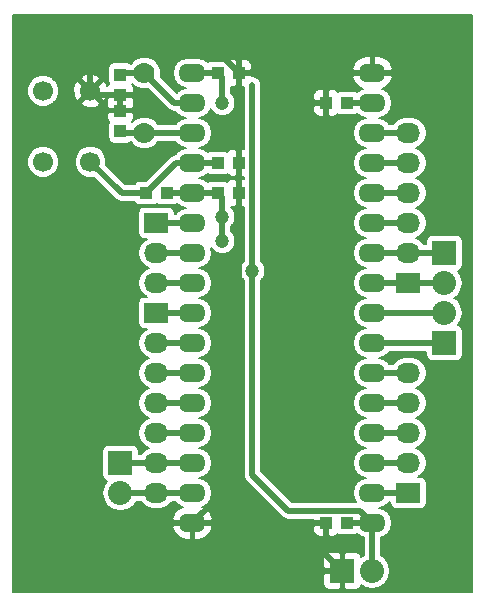
<source format=gbr>
G04 #@! TF.FileFunction,Copper,L2,Bot,Signal*
%FSLAX46Y46*%
G04 Gerber Fmt 4.6, Leading zero omitted, Abs format (unit mm)*
G04 Created by KiCad (PCBNEW 4.0.2-stable) date 2016/08/05 13:27:34*
%MOMM*%
G01*
G04 APERTURE LIST*
%ADD10C,0.100000*%
%ADD11R,1.050000X1.080000*%
%ADD12R,1.080000X1.050000*%
%ADD13C,1.700000*%
%ADD14O,2.300000X1.600000*%
%ADD15C,1.778000*%
%ADD16R,2.032000X1.727200*%
%ADD17O,2.032000X1.727200*%
%ADD18R,2.032000X2.032000*%
%ADD19O,2.032000X2.032000*%
%ADD20C,1.200000*%
%ADD21C,0.500000*%
%ADD22C,0.200000*%
G04 APERTURE END LIST*
D10*
D11*
X147969000Y-60452000D03*
X149719000Y-60452000D03*
X147969000Y-70612000D03*
X149719000Y-70612000D03*
X147969000Y-68072000D03*
X149719000Y-68072000D03*
X158863000Y-98552000D03*
X157113000Y-98552000D03*
D12*
X139700000Y-65391000D03*
X139700000Y-63641000D03*
X139700000Y-60593000D03*
X139700000Y-62343000D03*
D11*
X141873000Y-70612000D03*
X143623000Y-70612000D03*
X158863000Y-62992000D03*
X157113000Y-62992000D03*
D13*
X133160000Y-67976000D03*
X133160000Y-61976000D03*
X137160000Y-67976000D03*
X137160000Y-61976000D03*
D14*
X145796000Y-60452000D03*
X145796000Y-62992000D03*
X145796000Y-65532000D03*
X145796000Y-68072000D03*
X145796000Y-70612000D03*
X145796000Y-73152000D03*
X145796000Y-75692000D03*
X145796000Y-78232000D03*
X145796000Y-80772000D03*
X145796000Y-83312000D03*
X145796000Y-85852000D03*
X145796000Y-88392000D03*
X145796000Y-90932000D03*
X145796000Y-93472000D03*
X145796000Y-96012000D03*
X145796000Y-98552000D03*
X161036000Y-98552000D03*
X161036000Y-96012000D03*
X161036000Y-93472000D03*
X161036000Y-90932000D03*
X161036000Y-88392000D03*
X161036000Y-85852000D03*
X161036000Y-83312000D03*
X161036000Y-80772000D03*
X161036000Y-78232000D03*
X161036000Y-75692000D03*
X161036000Y-73152000D03*
X161036000Y-70612000D03*
X161036000Y-68072000D03*
X161036000Y-65532000D03*
X161036000Y-62992000D03*
X161036000Y-60452000D03*
D15*
X141732000Y-65532000D03*
X141732000Y-60452000D03*
D16*
X142748000Y-73152000D03*
D17*
X142748000Y-75692000D03*
X142748000Y-78232000D03*
D16*
X142748000Y-80772000D03*
D17*
X142748000Y-83312000D03*
X142748000Y-85852000D03*
X142748000Y-88392000D03*
X142748000Y-90932000D03*
X142748000Y-93472000D03*
X142748000Y-96012000D03*
D16*
X164084000Y-96012000D03*
D17*
X164084000Y-93472000D03*
X164084000Y-90932000D03*
X164084000Y-88392000D03*
X164084000Y-85852000D03*
D16*
X164084000Y-78232000D03*
D17*
X164084000Y-75692000D03*
X164084000Y-73152000D03*
X164084000Y-70612000D03*
X164084000Y-68072000D03*
X164084000Y-65532000D03*
D18*
X139700000Y-93472000D03*
D19*
X139700000Y-96012000D03*
D18*
X167132000Y-75692000D03*
D19*
X167132000Y-78232000D03*
D18*
X158496000Y-102616000D03*
D19*
X161036000Y-102616000D03*
D18*
X167132000Y-83312000D03*
D19*
X167132000Y-80772000D03*
D20*
X150876000Y-77216000D03*
X148336000Y-74676000D03*
X148336000Y-72644000D03*
X148336000Y-62992000D03*
D21*
X161036000Y-98552000D02*
X161036000Y-102616000D01*
X148336000Y-72644000D02*
X148336000Y-74676000D01*
X148336000Y-62992000D02*
X148336000Y-60819000D01*
X148336000Y-60819000D02*
X147969000Y-60452000D01*
X148336000Y-72644000D02*
X148336000Y-70979000D01*
X148336000Y-70979000D02*
X147969000Y-70612000D01*
X161036000Y-98552000D02*
X160020000Y-97536000D01*
X160020000Y-97536000D02*
X153924000Y-97536000D01*
X153924000Y-97536000D02*
X150876000Y-94488000D01*
X150876000Y-94488000D02*
X150876000Y-77216000D01*
X150876000Y-77216000D02*
X150876000Y-61468000D01*
X158863000Y-98552000D02*
X161036000Y-98552000D01*
X145796000Y-60452000D02*
X147969000Y-60452000D01*
X143623000Y-70612000D02*
X145796000Y-70612000D01*
X145796000Y-70612000D02*
X147969000Y-70612000D01*
X158496000Y-102616000D02*
X157113000Y-101233000D01*
X157113000Y-101233000D02*
X157113000Y-98552000D01*
X137160000Y-61976000D02*
X137160000Y-60452000D01*
X148195000Y-58928000D02*
X149719000Y-60452000D01*
X138684000Y-58928000D02*
X148195000Y-58928000D01*
X137160000Y-60452000D02*
X138684000Y-58928000D01*
X137160000Y-61976000D02*
X137527000Y-62343000D01*
X137527000Y-62343000D02*
X139700000Y-62343000D01*
X139700000Y-63641000D02*
X139700000Y-62343000D01*
X157113000Y-98552000D02*
X153642000Y-98552000D01*
X153642000Y-98552000D02*
X149719000Y-94629000D01*
X149719000Y-70612000D02*
X149719000Y-94629000D01*
X149719000Y-94629000D02*
X145796000Y-98552000D01*
X157113000Y-62992000D02*
X157113000Y-60452000D01*
X157113000Y-60452000D02*
X156972000Y-60452000D01*
X149719000Y-68072000D02*
X149719000Y-70612000D01*
X149719000Y-60452000D02*
X149719000Y-68072000D01*
X161036000Y-60452000D02*
X156972000Y-60452000D01*
X156972000Y-60452000D02*
X149719000Y-60452000D01*
X145796000Y-68072000D02*
X144413000Y-68072000D01*
X144413000Y-68072000D02*
X141873000Y-70612000D01*
X137160000Y-67976000D02*
X139796000Y-70612000D01*
X139796000Y-70612000D02*
X141873000Y-70612000D01*
X147969000Y-68072000D02*
X145796000Y-68072000D01*
X139700000Y-65391000D02*
X139841000Y-65532000D01*
X139841000Y-65532000D02*
X141732000Y-65532000D01*
X141732000Y-65532000D02*
X145796000Y-65532000D01*
X139700000Y-60593000D02*
X139841000Y-60452000D01*
X139841000Y-60452000D02*
X141732000Y-60452000D01*
X145796000Y-62992000D02*
X144272000Y-62992000D01*
X144272000Y-62992000D02*
X141732000Y-60452000D01*
X161036000Y-62992000D02*
X158863000Y-62992000D01*
X167132000Y-83312000D02*
X161036000Y-83312000D01*
X161036000Y-80772000D02*
X167132000Y-80772000D01*
X142748000Y-73152000D02*
X145796000Y-73152000D01*
X142748000Y-75692000D02*
X145796000Y-75692000D01*
X142748000Y-78232000D02*
X145796000Y-78232000D01*
X142748000Y-80772000D02*
X145796000Y-80772000D01*
X142748000Y-83312000D02*
X145796000Y-83312000D01*
X142748000Y-85852000D02*
X145796000Y-85852000D01*
X142748000Y-88392000D02*
X145796000Y-88392000D01*
X142748000Y-90932000D02*
X145796000Y-90932000D01*
X142748000Y-93472000D02*
X145796000Y-93472000D01*
X139700000Y-93472000D02*
X142748000Y-93472000D01*
X142748000Y-96012000D02*
X145796000Y-96012000D01*
X139700000Y-96012000D02*
X142748000Y-96012000D01*
X161036000Y-96012000D02*
X164084000Y-96012000D01*
X161036000Y-93472000D02*
X164084000Y-93472000D01*
X161036000Y-90932000D02*
X164084000Y-90932000D01*
X161036000Y-88392000D02*
X164084000Y-88392000D01*
X161036000Y-85852000D02*
X164084000Y-85852000D01*
X167132000Y-78232000D02*
X164084000Y-78232000D01*
X161036000Y-78232000D02*
X164084000Y-78232000D01*
X164084000Y-75692000D02*
X167132000Y-75692000D01*
X161036000Y-75692000D02*
X164084000Y-75692000D01*
X161036000Y-73152000D02*
X164084000Y-73152000D01*
X164084000Y-70612000D02*
X161036000Y-70612000D01*
X161036000Y-68072000D02*
X164084000Y-68072000D01*
X164084000Y-65532000D02*
X161036000Y-65532000D01*
D22*
G36*
X169425000Y-104425000D02*
X130575000Y-104425000D01*
X130575000Y-102922000D01*
X156872000Y-102922000D01*
X156872000Y-103752939D01*
X156964563Y-103976405D01*
X157135596Y-104147438D01*
X157359062Y-104240000D01*
X158190000Y-104240000D01*
X158342000Y-104088000D01*
X158342000Y-102770000D01*
X157024000Y-102770000D01*
X156872000Y-102922000D01*
X130575000Y-102922000D01*
X130575000Y-101479061D01*
X156872000Y-101479061D01*
X156872000Y-102310000D01*
X157024000Y-102462000D01*
X158342000Y-102462000D01*
X158342000Y-101144000D01*
X158190000Y-100992000D01*
X157359062Y-100992000D01*
X157135596Y-101084562D01*
X156964563Y-101255595D01*
X156872000Y-101479061D01*
X130575000Y-101479061D01*
X130575000Y-98923042D01*
X144087769Y-98923042D01*
X144341499Y-99438712D01*
X144764904Y-99793889D01*
X145292000Y-99960000D01*
X145642000Y-99960000D01*
X145642000Y-98706000D01*
X145950000Y-98706000D01*
X145950000Y-99960000D01*
X146300000Y-99960000D01*
X146827096Y-99793889D01*
X147250501Y-99438712D01*
X147504231Y-98923042D01*
X147470755Y-98858000D01*
X155980000Y-98858000D01*
X155980000Y-99212938D01*
X156072562Y-99436404D01*
X156243595Y-99607437D01*
X156467061Y-99700000D01*
X156807000Y-99700000D01*
X156959000Y-99548000D01*
X156959000Y-98706000D01*
X156132000Y-98706000D01*
X155980000Y-98858000D01*
X147470755Y-98858000D01*
X147392523Y-98706000D01*
X145950000Y-98706000D01*
X145642000Y-98706000D01*
X144199477Y-98706000D01*
X144087769Y-98923042D01*
X130575000Y-98923042D01*
X130575000Y-68243353D01*
X131809766Y-68243353D01*
X132014858Y-68739715D01*
X132394288Y-69119807D01*
X132890290Y-69325765D01*
X133427353Y-69326234D01*
X133923715Y-69121142D01*
X134303807Y-68741712D01*
X134509765Y-68245710D01*
X134509767Y-68243353D01*
X135809766Y-68243353D01*
X136014858Y-68739715D01*
X136394288Y-69119807D01*
X136890290Y-69325765D01*
X137427353Y-69326234D01*
X137443077Y-69319737D01*
X139265670Y-71142330D01*
X139508987Y-71304910D01*
X139796000Y-71362000D01*
X140888970Y-71362000D01*
X140982575Y-71507465D01*
X141149661Y-71621630D01*
X141348000Y-71661795D01*
X142398000Y-71661795D01*
X142583289Y-71626931D01*
X142750214Y-71519517D01*
X142899661Y-71621630D01*
X143098000Y-71661795D01*
X144148000Y-71661795D01*
X144333289Y-71626931D01*
X144490696Y-71525642D01*
X144494436Y-71531239D01*
X144916187Y-71813043D01*
X145262856Y-71882000D01*
X144916187Y-71950957D01*
X144494436Y-72232761D01*
X144381355Y-72402000D01*
X144273795Y-72402000D01*
X144273795Y-72288400D01*
X144238931Y-72103111D01*
X144129425Y-71932935D01*
X143962339Y-71818770D01*
X143764000Y-71778605D01*
X141732000Y-71778605D01*
X141546711Y-71813469D01*
X141376535Y-71922975D01*
X141262370Y-72090061D01*
X141222205Y-72288400D01*
X141222205Y-74015600D01*
X141257069Y-74200889D01*
X141366575Y-74371065D01*
X141533661Y-74485230D01*
X141732000Y-74525395D01*
X141904594Y-74525395D01*
X141601689Y-74727789D01*
X141306098Y-75170173D01*
X141202300Y-75692000D01*
X141306098Y-76213827D01*
X141601689Y-76656211D01*
X142044073Y-76951802D01*
X142095342Y-76962000D01*
X142044073Y-76972198D01*
X141601689Y-77267789D01*
X141306098Y-77710173D01*
X141202300Y-78232000D01*
X141306098Y-78753827D01*
X141601689Y-79196211D01*
X141904594Y-79398605D01*
X141732000Y-79398605D01*
X141546711Y-79433469D01*
X141376535Y-79542975D01*
X141262370Y-79710061D01*
X141222205Y-79908400D01*
X141222205Y-81635600D01*
X141257069Y-81820889D01*
X141366575Y-81991065D01*
X141533661Y-82105230D01*
X141732000Y-82145395D01*
X141904594Y-82145395D01*
X141601689Y-82347789D01*
X141306098Y-82790173D01*
X141202300Y-83312000D01*
X141306098Y-83833827D01*
X141601689Y-84276211D01*
X142044073Y-84571802D01*
X142095342Y-84582000D01*
X142044073Y-84592198D01*
X141601689Y-84887789D01*
X141306098Y-85330173D01*
X141202300Y-85852000D01*
X141306098Y-86373827D01*
X141601689Y-86816211D01*
X142044073Y-87111802D01*
X142095342Y-87122000D01*
X142044073Y-87132198D01*
X141601689Y-87427789D01*
X141306098Y-87870173D01*
X141202300Y-88392000D01*
X141306098Y-88913827D01*
X141601689Y-89356211D01*
X142044073Y-89651802D01*
X142095342Y-89662000D01*
X142044073Y-89672198D01*
X141601689Y-89967789D01*
X141306098Y-90410173D01*
X141202300Y-90932000D01*
X141306098Y-91453827D01*
X141601689Y-91896211D01*
X142044073Y-92191802D01*
X142095342Y-92202000D01*
X142044073Y-92212198D01*
X141601689Y-92507789D01*
X141458558Y-92722000D01*
X141225795Y-92722000D01*
X141225795Y-92456000D01*
X141190931Y-92270711D01*
X141081425Y-92100535D01*
X140914339Y-91986370D01*
X140716000Y-91946205D01*
X138684000Y-91946205D01*
X138498711Y-91981069D01*
X138328535Y-92090575D01*
X138214370Y-92257661D01*
X138174205Y-92456000D01*
X138174205Y-94488000D01*
X138209069Y-94673289D01*
X138318575Y-94843465D01*
X138485661Y-94957630D01*
X138574537Y-94975628D01*
X138269699Y-95431852D01*
X138154300Y-96012000D01*
X138269699Y-96592148D01*
X138598326Y-97083974D01*
X139090152Y-97412601D01*
X139670300Y-97528000D01*
X139729700Y-97528000D01*
X140309848Y-97412601D01*
X140801674Y-97083974D01*
X141016810Y-96762000D01*
X141458558Y-96762000D01*
X141601689Y-96976211D01*
X142044073Y-97271802D01*
X142565900Y-97375600D01*
X142930100Y-97375600D01*
X143451927Y-97271802D01*
X143894311Y-96976211D01*
X144037442Y-96762000D01*
X144381355Y-96762000D01*
X144494436Y-96931239D01*
X144916187Y-97213043D01*
X145012270Y-97232155D01*
X144764904Y-97310111D01*
X144341499Y-97665288D01*
X144087769Y-98180958D01*
X144199477Y-98398000D01*
X145642000Y-98398000D01*
X145642000Y-98378000D01*
X145950000Y-98378000D01*
X145950000Y-98398000D01*
X147392523Y-98398000D01*
X147504231Y-98180958D01*
X147250501Y-97665288D01*
X146827096Y-97310111D01*
X146579730Y-97232155D01*
X146675813Y-97213043D01*
X147097564Y-96931239D01*
X147379368Y-96509488D01*
X147478325Y-96012000D01*
X147379368Y-95514512D01*
X147097564Y-95092761D01*
X146675813Y-94810957D01*
X146329144Y-94742000D01*
X146675813Y-94673043D01*
X147097564Y-94391239D01*
X147379368Y-93969488D01*
X147478325Y-93472000D01*
X147379368Y-92974512D01*
X147097564Y-92552761D01*
X146675813Y-92270957D01*
X146329144Y-92202000D01*
X146675813Y-92133043D01*
X147097564Y-91851239D01*
X147379368Y-91429488D01*
X147478325Y-90932000D01*
X147379368Y-90434512D01*
X147097564Y-90012761D01*
X146675813Y-89730957D01*
X146329144Y-89662000D01*
X146675813Y-89593043D01*
X147097564Y-89311239D01*
X147379368Y-88889488D01*
X147478325Y-88392000D01*
X147379368Y-87894512D01*
X147097564Y-87472761D01*
X146675813Y-87190957D01*
X146329144Y-87122000D01*
X146675813Y-87053043D01*
X147097564Y-86771239D01*
X147379368Y-86349488D01*
X147478325Y-85852000D01*
X147379368Y-85354512D01*
X147097564Y-84932761D01*
X146675813Y-84650957D01*
X146329144Y-84582000D01*
X146675813Y-84513043D01*
X147097564Y-84231239D01*
X147379368Y-83809488D01*
X147478325Y-83312000D01*
X147379368Y-82814512D01*
X147097564Y-82392761D01*
X146675813Y-82110957D01*
X146329144Y-82042000D01*
X146675813Y-81973043D01*
X147097564Y-81691239D01*
X147379368Y-81269488D01*
X147478325Y-80772000D01*
X147379368Y-80274512D01*
X147097564Y-79852761D01*
X146675813Y-79570957D01*
X146329144Y-79502000D01*
X146675813Y-79433043D01*
X147097564Y-79151239D01*
X147379368Y-78729488D01*
X147478325Y-78232000D01*
X147379368Y-77734512D01*
X147178469Y-77433844D01*
X149775810Y-77433844D01*
X149942922Y-77838286D01*
X150126000Y-78021684D01*
X150126000Y-94488000D01*
X150183090Y-94775013D01*
X150345670Y-95018330D01*
X153393670Y-98066330D01*
X153636987Y-98228910D01*
X153924000Y-98286000D01*
X156020000Y-98286000D01*
X156132000Y-98398000D01*
X156959000Y-98398000D01*
X156959000Y-98378000D01*
X157267000Y-98378000D01*
X157267000Y-98398000D01*
X157287000Y-98398000D01*
X157287000Y-98706000D01*
X157267000Y-98706000D01*
X157267000Y-99548000D01*
X157419000Y-99700000D01*
X157758939Y-99700000D01*
X157982405Y-99607437D01*
X158073451Y-99516391D01*
X158139661Y-99561630D01*
X158338000Y-99601795D01*
X159388000Y-99601795D01*
X159573289Y-99566931D01*
X159730696Y-99465642D01*
X159734436Y-99471239D01*
X160156187Y-99753043D01*
X160286000Y-99778865D01*
X160286000Y-101299190D01*
X160097630Y-101425055D01*
X160027437Y-101255595D01*
X159856404Y-101084562D01*
X159632938Y-100992000D01*
X158802000Y-100992000D01*
X158650000Y-101144000D01*
X158650000Y-102462000D01*
X158670000Y-102462000D01*
X158670000Y-102770000D01*
X158650000Y-102770000D01*
X158650000Y-104088000D01*
X158802000Y-104240000D01*
X159632938Y-104240000D01*
X159856404Y-104147438D01*
X160027437Y-103976405D01*
X160097630Y-103806945D01*
X160455852Y-104046301D01*
X161036000Y-104161700D01*
X161616148Y-104046301D01*
X162107974Y-103717674D01*
X162436601Y-103225848D01*
X162552000Y-102645700D01*
X162552000Y-102586300D01*
X162436601Y-102006152D01*
X162107974Y-101514326D01*
X161786000Y-101299190D01*
X161786000Y-99778865D01*
X161915813Y-99753043D01*
X162337564Y-99471239D01*
X162619368Y-99049488D01*
X162718325Y-98552000D01*
X162619368Y-98054512D01*
X162337564Y-97632761D01*
X161915813Y-97350957D01*
X161569144Y-97282000D01*
X161915813Y-97213043D01*
X162337564Y-96931239D01*
X162450645Y-96762000D01*
X162558205Y-96762000D01*
X162558205Y-96875600D01*
X162593069Y-97060889D01*
X162702575Y-97231065D01*
X162869661Y-97345230D01*
X163068000Y-97385395D01*
X165100000Y-97385395D01*
X165285289Y-97350531D01*
X165455465Y-97241025D01*
X165569630Y-97073939D01*
X165609795Y-96875600D01*
X165609795Y-95148400D01*
X165574931Y-94963111D01*
X165465425Y-94792935D01*
X165298339Y-94678770D01*
X165100000Y-94638605D01*
X164927406Y-94638605D01*
X165230311Y-94436211D01*
X165525902Y-93993827D01*
X165629700Y-93472000D01*
X165525902Y-92950173D01*
X165230311Y-92507789D01*
X164787927Y-92212198D01*
X164736658Y-92202000D01*
X164787927Y-92191802D01*
X165230311Y-91896211D01*
X165525902Y-91453827D01*
X165629700Y-90932000D01*
X165525902Y-90410173D01*
X165230311Y-89967789D01*
X164787927Y-89672198D01*
X164736658Y-89662000D01*
X164787927Y-89651802D01*
X165230311Y-89356211D01*
X165525902Y-88913827D01*
X165629700Y-88392000D01*
X165525902Y-87870173D01*
X165230311Y-87427789D01*
X164787927Y-87132198D01*
X164736658Y-87122000D01*
X164787927Y-87111802D01*
X165230311Y-86816211D01*
X165525902Y-86373827D01*
X165629700Y-85852000D01*
X165525902Y-85330173D01*
X165230311Y-84887789D01*
X164787927Y-84592198D01*
X164266100Y-84488400D01*
X163901900Y-84488400D01*
X163380073Y-84592198D01*
X162937689Y-84887789D01*
X162794558Y-85102000D01*
X162450645Y-85102000D01*
X162337564Y-84932761D01*
X161915813Y-84650957D01*
X161569144Y-84582000D01*
X161915813Y-84513043D01*
X162337564Y-84231239D01*
X162450645Y-84062000D01*
X165606205Y-84062000D01*
X165606205Y-84328000D01*
X165641069Y-84513289D01*
X165750575Y-84683465D01*
X165917661Y-84797630D01*
X166116000Y-84837795D01*
X168148000Y-84837795D01*
X168333289Y-84802931D01*
X168503465Y-84693425D01*
X168617630Y-84526339D01*
X168657795Y-84328000D01*
X168657795Y-82296000D01*
X168622931Y-82110711D01*
X168513425Y-81940535D01*
X168346339Y-81826370D01*
X168257463Y-81808372D01*
X168562301Y-81352148D01*
X168677700Y-80772000D01*
X168562301Y-80191852D01*
X168233674Y-79700026D01*
X167937307Y-79502000D01*
X168233674Y-79303974D01*
X168562301Y-78812148D01*
X168677700Y-78232000D01*
X168562301Y-77651852D01*
X168258395Y-77197023D01*
X168333289Y-77182931D01*
X168503465Y-77073425D01*
X168617630Y-76906339D01*
X168657795Y-76708000D01*
X168657795Y-74676000D01*
X168622931Y-74490711D01*
X168513425Y-74320535D01*
X168346339Y-74206370D01*
X168148000Y-74166205D01*
X166116000Y-74166205D01*
X165930711Y-74201069D01*
X165760535Y-74310575D01*
X165646370Y-74477661D01*
X165606205Y-74676000D01*
X165606205Y-74942000D01*
X165373442Y-74942000D01*
X165230311Y-74727789D01*
X164787927Y-74432198D01*
X164736658Y-74422000D01*
X164787927Y-74411802D01*
X165230311Y-74116211D01*
X165525902Y-73673827D01*
X165629700Y-73152000D01*
X165525902Y-72630173D01*
X165230311Y-72187789D01*
X164787927Y-71892198D01*
X164736658Y-71882000D01*
X164787927Y-71871802D01*
X165230311Y-71576211D01*
X165525902Y-71133827D01*
X165629700Y-70612000D01*
X165525902Y-70090173D01*
X165230311Y-69647789D01*
X164787927Y-69352198D01*
X164736658Y-69342000D01*
X164787927Y-69331802D01*
X165230311Y-69036211D01*
X165525902Y-68593827D01*
X165629700Y-68072000D01*
X165525902Y-67550173D01*
X165230311Y-67107789D01*
X164787927Y-66812198D01*
X164736658Y-66802000D01*
X164787927Y-66791802D01*
X165230311Y-66496211D01*
X165525902Y-66053827D01*
X165629700Y-65532000D01*
X165525902Y-65010173D01*
X165230311Y-64567789D01*
X164787927Y-64272198D01*
X164266100Y-64168400D01*
X163901900Y-64168400D01*
X163380073Y-64272198D01*
X162937689Y-64567789D01*
X162794558Y-64782000D01*
X162450645Y-64782000D01*
X162337564Y-64612761D01*
X161915813Y-64330957D01*
X161569144Y-64262000D01*
X161915813Y-64193043D01*
X162337564Y-63911239D01*
X162619368Y-63489488D01*
X162718325Y-62992000D01*
X162619368Y-62494512D01*
X162337564Y-62072761D01*
X161915813Y-61790957D01*
X161819730Y-61771845D01*
X162067096Y-61693889D01*
X162490501Y-61338712D01*
X162744231Y-60823042D01*
X162632523Y-60606000D01*
X161190000Y-60606000D01*
X161190000Y-60626000D01*
X160882000Y-60626000D01*
X160882000Y-60606000D01*
X159439477Y-60606000D01*
X159327769Y-60823042D01*
X159581499Y-61338712D01*
X160004904Y-61693889D01*
X160252270Y-61771845D01*
X160156187Y-61790957D01*
X159734436Y-62072761D01*
X159729482Y-62080175D01*
X159586339Y-61982370D01*
X159388000Y-61942205D01*
X158338000Y-61942205D01*
X158152711Y-61977069D01*
X158073733Y-62027891D01*
X157982405Y-61936563D01*
X157758939Y-61844000D01*
X157419000Y-61844000D01*
X157267000Y-61996000D01*
X157267000Y-62838000D01*
X157287000Y-62838000D01*
X157287000Y-63146000D01*
X157267000Y-63146000D01*
X157267000Y-63988000D01*
X157419000Y-64140000D01*
X157758939Y-64140000D01*
X157982405Y-64047437D01*
X158073451Y-63956391D01*
X158139661Y-64001630D01*
X158338000Y-64041795D01*
X159388000Y-64041795D01*
X159573289Y-64006931D01*
X159730696Y-63905642D01*
X159734436Y-63911239D01*
X160156187Y-64193043D01*
X160502856Y-64262000D01*
X160156187Y-64330957D01*
X159734436Y-64612761D01*
X159452632Y-65034512D01*
X159353675Y-65532000D01*
X159452632Y-66029488D01*
X159734436Y-66451239D01*
X160156187Y-66733043D01*
X160502856Y-66802000D01*
X160156187Y-66870957D01*
X159734436Y-67152761D01*
X159452632Y-67574512D01*
X159353675Y-68072000D01*
X159452632Y-68569488D01*
X159734436Y-68991239D01*
X160156187Y-69273043D01*
X160502856Y-69342000D01*
X160156187Y-69410957D01*
X159734436Y-69692761D01*
X159452632Y-70114512D01*
X159353675Y-70612000D01*
X159452632Y-71109488D01*
X159734436Y-71531239D01*
X160156187Y-71813043D01*
X160502856Y-71882000D01*
X160156187Y-71950957D01*
X159734436Y-72232761D01*
X159452632Y-72654512D01*
X159353675Y-73152000D01*
X159452632Y-73649488D01*
X159734436Y-74071239D01*
X160156187Y-74353043D01*
X160502856Y-74422000D01*
X160156187Y-74490957D01*
X159734436Y-74772761D01*
X159452632Y-75194512D01*
X159353675Y-75692000D01*
X159452632Y-76189488D01*
X159734436Y-76611239D01*
X160156187Y-76893043D01*
X160502856Y-76962000D01*
X160156187Y-77030957D01*
X159734436Y-77312761D01*
X159452632Y-77734512D01*
X159353675Y-78232000D01*
X159452632Y-78729488D01*
X159734436Y-79151239D01*
X160156187Y-79433043D01*
X160502856Y-79502000D01*
X160156187Y-79570957D01*
X159734436Y-79852761D01*
X159452632Y-80274512D01*
X159353675Y-80772000D01*
X159452632Y-81269488D01*
X159734436Y-81691239D01*
X160156187Y-81973043D01*
X160502856Y-82042000D01*
X160156187Y-82110957D01*
X159734436Y-82392761D01*
X159452632Y-82814512D01*
X159353675Y-83312000D01*
X159452632Y-83809488D01*
X159734436Y-84231239D01*
X160156187Y-84513043D01*
X160502856Y-84582000D01*
X160156187Y-84650957D01*
X159734436Y-84932761D01*
X159452632Y-85354512D01*
X159353675Y-85852000D01*
X159452632Y-86349488D01*
X159734436Y-86771239D01*
X160156187Y-87053043D01*
X160502856Y-87122000D01*
X160156187Y-87190957D01*
X159734436Y-87472761D01*
X159452632Y-87894512D01*
X159353675Y-88392000D01*
X159452632Y-88889488D01*
X159734436Y-89311239D01*
X160156187Y-89593043D01*
X160502856Y-89662000D01*
X160156187Y-89730957D01*
X159734436Y-90012761D01*
X159452632Y-90434512D01*
X159353675Y-90932000D01*
X159452632Y-91429488D01*
X159734436Y-91851239D01*
X160156187Y-92133043D01*
X160502856Y-92202000D01*
X160156187Y-92270957D01*
X159734436Y-92552761D01*
X159452632Y-92974512D01*
X159353675Y-93472000D01*
X159452632Y-93969488D01*
X159734436Y-94391239D01*
X160156187Y-94673043D01*
X160502856Y-94742000D01*
X160156187Y-94810957D01*
X159734436Y-95092761D01*
X159452632Y-95514512D01*
X159353675Y-96012000D01*
X159452632Y-96509488D01*
X159637391Y-96786000D01*
X154234660Y-96786000D01*
X151626000Y-94177340D01*
X151626000Y-78021587D01*
X151807991Y-77839913D01*
X151975808Y-77435763D01*
X151976190Y-76998156D01*
X151809078Y-76593714D01*
X151626000Y-76410316D01*
X151626000Y-63298000D01*
X155980000Y-63298000D01*
X155980000Y-63652938D01*
X156072562Y-63876404D01*
X156243595Y-64047437D01*
X156467061Y-64140000D01*
X156807000Y-64140000D01*
X156959000Y-63988000D01*
X156959000Y-63146000D01*
X156132000Y-63146000D01*
X155980000Y-63298000D01*
X151626000Y-63298000D01*
X151626000Y-62331062D01*
X155980000Y-62331062D01*
X155980000Y-62686000D01*
X156132000Y-62838000D01*
X156959000Y-62838000D01*
X156959000Y-61996000D01*
X156807000Y-61844000D01*
X156467061Y-61844000D01*
X156243595Y-61936563D01*
X156072562Y-62107596D01*
X155980000Y-62331062D01*
X151626000Y-62331062D01*
X151626000Y-61468000D01*
X151568910Y-61180987D01*
X151406330Y-60937670D01*
X151163013Y-60775090D01*
X150876000Y-60718000D01*
X150822618Y-60728618D01*
X150700000Y-60606000D01*
X149873000Y-60606000D01*
X149873000Y-61448000D01*
X150025000Y-61600000D01*
X150126000Y-61600000D01*
X150126000Y-66924000D01*
X150025000Y-66924000D01*
X149873000Y-67076000D01*
X149873000Y-67918000D01*
X149893000Y-67918000D01*
X149893000Y-68226000D01*
X149873000Y-68226000D01*
X149873000Y-69068000D01*
X150025000Y-69220000D01*
X150126000Y-69220000D01*
X150126000Y-69464000D01*
X150025000Y-69464000D01*
X149873000Y-69616000D01*
X149873000Y-70458000D01*
X149893000Y-70458000D01*
X149893000Y-70766000D01*
X149873000Y-70766000D01*
X149873000Y-71608000D01*
X150025000Y-71760000D01*
X150126000Y-71760000D01*
X150126000Y-76410413D01*
X149944009Y-76592087D01*
X149776192Y-76996237D01*
X149775810Y-77433844D01*
X147178469Y-77433844D01*
X147097564Y-77312761D01*
X146675813Y-77030957D01*
X146329144Y-76962000D01*
X146675813Y-76893043D01*
X147097564Y-76611239D01*
X147379368Y-76189488D01*
X147478325Y-75692000D01*
X147397307Y-75284696D01*
X147402922Y-75298286D01*
X147712087Y-75607991D01*
X148116237Y-75775808D01*
X148553844Y-75776190D01*
X148958286Y-75609078D01*
X149267991Y-75299913D01*
X149435808Y-74895763D01*
X149436190Y-74458156D01*
X149269078Y-74053714D01*
X149086000Y-73870316D01*
X149086000Y-73449587D01*
X149267991Y-73267913D01*
X149435808Y-72863763D01*
X149436190Y-72426156D01*
X149269078Y-72021714D01*
X149086000Y-71838316D01*
X149086000Y-71760000D01*
X149413000Y-71760000D01*
X149565000Y-71608000D01*
X149565000Y-70766000D01*
X149545000Y-70766000D01*
X149545000Y-70458000D01*
X149565000Y-70458000D01*
X149565000Y-69616000D01*
X149413000Y-69464000D01*
X149073061Y-69464000D01*
X148849595Y-69556563D01*
X148758549Y-69647609D01*
X148692339Y-69602370D01*
X148494000Y-69562205D01*
X147444000Y-69562205D01*
X147258711Y-69597069D01*
X147101304Y-69698358D01*
X147097564Y-69692761D01*
X146675813Y-69410957D01*
X146329144Y-69342000D01*
X146675813Y-69273043D01*
X147097564Y-68991239D01*
X147102518Y-68983825D01*
X147245661Y-69081630D01*
X147444000Y-69121795D01*
X148494000Y-69121795D01*
X148679289Y-69086931D01*
X148758267Y-69036109D01*
X148849595Y-69127437D01*
X149073061Y-69220000D01*
X149413000Y-69220000D01*
X149565000Y-69068000D01*
X149565000Y-68226000D01*
X149545000Y-68226000D01*
X149545000Y-67918000D01*
X149565000Y-67918000D01*
X149565000Y-67076000D01*
X149413000Y-66924000D01*
X149073061Y-66924000D01*
X148849595Y-67016563D01*
X148758549Y-67107609D01*
X148692339Y-67062370D01*
X148494000Y-67022205D01*
X147444000Y-67022205D01*
X147258711Y-67057069D01*
X147101304Y-67158358D01*
X147097564Y-67152761D01*
X146675813Y-66870957D01*
X146329144Y-66802000D01*
X146675813Y-66733043D01*
X147097564Y-66451239D01*
X147379368Y-66029488D01*
X147478325Y-65532000D01*
X147379368Y-65034512D01*
X147097564Y-64612761D01*
X146675813Y-64330957D01*
X146329144Y-64262000D01*
X146675813Y-64193043D01*
X147097564Y-63911239D01*
X147362060Y-63515392D01*
X147402922Y-63614286D01*
X147712087Y-63923991D01*
X148116237Y-64091808D01*
X148553844Y-64092190D01*
X148958286Y-63925078D01*
X149267991Y-63615913D01*
X149435808Y-63211763D01*
X149436190Y-62774156D01*
X149269078Y-62369714D01*
X149086000Y-62186316D01*
X149086000Y-61600000D01*
X149413000Y-61600000D01*
X149565000Y-61448000D01*
X149565000Y-60606000D01*
X149545000Y-60606000D01*
X149545000Y-60298000D01*
X149565000Y-60298000D01*
X149565000Y-59456000D01*
X149873000Y-59456000D01*
X149873000Y-60298000D01*
X150700000Y-60298000D01*
X150852000Y-60146000D01*
X150852000Y-60080958D01*
X159327769Y-60080958D01*
X159439477Y-60298000D01*
X160882000Y-60298000D01*
X160882000Y-59044000D01*
X161190000Y-59044000D01*
X161190000Y-60298000D01*
X162632523Y-60298000D01*
X162744231Y-60080958D01*
X162490501Y-59565288D01*
X162067096Y-59210111D01*
X161540000Y-59044000D01*
X161190000Y-59044000D01*
X160882000Y-59044000D01*
X160532000Y-59044000D01*
X160004904Y-59210111D01*
X159581499Y-59565288D01*
X159327769Y-60080958D01*
X150852000Y-60080958D01*
X150852000Y-59791062D01*
X150759438Y-59567596D01*
X150588405Y-59396563D01*
X150364939Y-59304000D01*
X150025000Y-59304000D01*
X149873000Y-59456000D01*
X149565000Y-59456000D01*
X149413000Y-59304000D01*
X149073061Y-59304000D01*
X148849595Y-59396563D01*
X148758549Y-59487609D01*
X148692339Y-59442370D01*
X148494000Y-59402205D01*
X147444000Y-59402205D01*
X147258711Y-59437069D01*
X147101304Y-59538358D01*
X147097564Y-59532761D01*
X146675813Y-59250957D01*
X146178325Y-59152000D01*
X145413675Y-59152000D01*
X144916187Y-59250957D01*
X144494436Y-59532761D01*
X144212632Y-59954512D01*
X144113675Y-60452000D01*
X144212632Y-60949488D01*
X144494436Y-61371239D01*
X144916187Y-61653043D01*
X145262856Y-61722000D01*
X144916187Y-61790957D01*
X144494436Y-62072761D01*
X144461986Y-62121326D01*
X143105913Y-60765253D01*
X143120758Y-60729501D01*
X143121240Y-60176923D01*
X142910223Y-59666223D01*
X142519833Y-59275150D01*
X142009501Y-59063242D01*
X141456923Y-59062760D01*
X140946223Y-59273777D01*
X140555150Y-59664167D01*
X140550616Y-59675086D01*
X140438339Y-59598370D01*
X140240000Y-59558205D01*
X139160000Y-59558205D01*
X138974711Y-59593069D01*
X138804535Y-59702575D01*
X138690370Y-59869661D01*
X138650205Y-60068000D01*
X138650205Y-61118000D01*
X138685069Y-61303289D01*
X138735891Y-61382267D01*
X138644563Y-61473595D01*
X138595770Y-61591391D01*
X138446704Y-61231510D01*
X138206270Y-61147519D01*
X137377789Y-61976000D01*
X138206270Y-62804481D01*
X138446704Y-62720490D01*
X138552000Y-62411251D01*
X138552000Y-62497002D01*
X138703998Y-62497002D01*
X138552000Y-62649000D01*
X138552000Y-62988939D01*
X138553268Y-62992000D01*
X138552000Y-62995061D01*
X138552000Y-63335000D01*
X138704000Y-63487000D01*
X139546000Y-63487000D01*
X139546000Y-62497000D01*
X139854000Y-62497000D01*
X139854000Y-63487000D01*
X140696000Y-63487000D01*
X140848000Y-63335000D01*
X140848000Y-62995061D01*
X140846732Y-62992000D01*
X140848000Y-62988939D01*
X140848000Y-62649000D01*
X140696000Y-62497000D01*
X139854000Y-62497000D01*
X139546000Y-62497000D01*
X139526000Y-62497000D01*
X139526000Y-62189000D01*
X139546000Y-62189000D01*
X139546000Y-62169000D01*
X139854000Y-62169000D01*
X139854000Y-62189000D01*
X140696000Y-62189000D01*
X140848000Y-62037000D01*
X140848000Y-61697061D01*
X140755437Y-61473595D01*
X140664391Y-61382549D01*
X140678168Y-61362385D01*
X140944167Y-61628850D01*
X141454499Y-61840758D01*
X142007077Y-61841240D01*
X142044937Y-61825597D01*
X143741670Y-63522330D01*
X143984987Y-63684910D01*
X144272000Y-63742000D01*
X144381355Y-63742000D01*
X144494436Y-63911239D01*
X144916187Y-64193043D01*
X145262856Y-64262000D01*
X144916187Y-64330957D01*
X144494436Y-64612761D01*
X144381355Y-64782000D01*
X142925006Y-64782000D01*
X142910223Y-64746223D01*
X142519833Y-64355150D01*
X142009501Y-64143242D01*
X141456923Y-64142760D01*
X140946223Y-64353777D01*
X140677300Y-64622231D01*
X140664109Y-64601733D01*
X140755437Y-64510405D01*
X140848000Y-64286939D01*
X140848000Y-63947000D01*
X140696000Y-63795000D01*
X139854000Y-63795000D01*
X139854000Y-63815000D01*
X139546000Y-63815000D01*
X139546000Y-63795000D01*
X138704000Y-63795000D01*
X138552000Y-63947000D01*
X138552000Y-64286939D01*
X138644563Y-64510405D01*
X138735609Y-64601451D01*
X138690370Y-64667661D01*
X138650205Y-64866000D01*
X138650205Y-65916000D01*
X138685069Y-66101289D01*
X138794575Y-66271465D01*
X138961661Y-66385630D01*
X139160000Y-66425795D01*
X140240000Y-66425795D01*
X140425289Y-66390931D01*
X140550668Y-66310252D01*
X140553777Y-66317777D01*
X140944167Y-66708850D01*
X141454499Y-66920758D01*
X142007077Y-66921240D01*
X142517777Y-66710223D01*
X142908850Y-66319833D01*
X142924560Y-66282000D01*
X144381355Y-66282000D01*
X144494436Y-66451239D01*
X144916187Y-66733043D01*
X145262856Y-66802000D01*
X144916187Y-66870957D01*
X144494436Y-67152761D01*
X144376504Y-67329259D01*
X144125987Y-67379090D01*
X143882670Y-67541670D01*
X141862135Y-69562205D01*
X141348000Y-69562205D01*
X141162711Y-69597069D01*
X140992535Y-69706575D01*
X140886338Y-69862000D01*
X140106660Y-69862000D01*
X138504074Y-68259414D01*
X138509765Y-68245710D01*
X138510234Y-67708647D01*
X138305142Y-67212285D01*
X137925712Y-66832193D01*
X137429710Y-66626235D01*
X136892647Y-66625766D01*
X136396285Y-66830858D01*
X136016193Y-67210288D01*
X135810235Y-67706290D01*
X135809766Y-68243353D01*
X134509767Y-68243353D01*
X134510234Y-67708647D01*
X134305142Y-67212285D01*
X133925712Y-66832193D01*
X133429710Y-66626235D01*
X132892647Y-66625766D01*
X132396285Y-66830858D01*
X132016193Y-67210288D01*
X131810235Y-67706290D01*
X131809766Y-68243353D01*
X130575000Y-68243353D01*
X130575000Y-62243353D01*
X131809766Y-62243353D01*
X132014858Y-62739715D01*
X132394288Y-63119807D01*
X132890290Y-63325765D01*
X133427353Y-63326234D01*
X133923715Y-63121142D01*
X134022759Y-63022270D01*
X136331519Y-63022270D01*
X136415510Y-63262704D01*
X136964581Y-63449663D01*
X137543402Y-63412270D01*
X137904490Y-63262704D01*
X137988481Y-63022270D01*
X137160000Y-62193789D01*
X136331519Y-63022270D01*
X134022759Y-63022270D01*
X134303807Y-62741712D01*
X134509765Y-62245710D01*
X134510171Y-61780581D01*
X135686337Y-61780581D01*
X135723730Y-62359402D01*
X135873296Y-62720490D01*
X136113730Y-62804481D01*
X136942211Y-61976000D01*
X136113730Y-61147519D01*
X135873296Y-61231510D01*
X135686337Y-61780581D01*
X134510171Y-61780581D01*
X134510234Y-61708647D01*
X134305142Y-61212285D01*
X134023080Y-60929730D01*
X136331519Y-60929730D01*
X137160000Y-61758211D01*
X137988481Y-60929730D01*
X137904490Y-60689296D01*
X137355419Y-60502337D01*
X136776598Y-60539730D01*
X136415510Y-60689296D01*
X136331519Y-60929730D01*
X134023080Y-60929730D01*
X133925712Y-60832193D01*
X133429710Y-60626235D01*
X132892647Y-60625766D01*
X132396285Y-60830858D01*
X132016193Y-61210288D01*
X131810235Y-61706290D01*
X131809766Y-62243353D01*
X130575000Y-62243353D01*
X130575000Y-55575000D01*
X169425000Y-55575000D01*
X169425000Y-104425000D01*
X169425000Y-104425000D01*
G37*
X169425000Y-104425000D02*
X130575000Y-104425000D01*
X130575000Y-102922000D01*
X156872000Y-102922000D01*
X156872000Y-103752939D01*
X156964563Y-103976405D01*
X157135596Y-104147438D01*
X157359062Y-104240000D01*
X158190000Y-104240000D01*
X158342000Y-104088000D01*
X158342000Y-102770000D01*
X157024000Y-102770000D01*
X156872000Y-102922000D01*
X130575000Y-102922000D01*
X130575000Y-101479061D01*
X156872000Y-101479061D01*
X156872000Y-102310000D01*
X157024000Y-102462000D01*
X158342000Y-102462000D01*
X158342000Y-101144000D01*
X158190000Y-100992000D01*
X157359062Y-100992000D01*
X157135596Y-101084562D01*
X156964563Y-101255595D01*
X156872000Y-101479061D01*
X130575000Y-101479061D01*
X130575000Y-98923042D01*
X144087769Y-98923042D01*
X144341499Y-99438712D01*
X144764904Y-99793889D01*
X145292000Y-99960000D01*
X145642000Y-99960000D01*
X145642000Y-98706000D01*
X145950000Y-98706000D01*
X145950000Y-99960000D01*
X146300000Y-99960000D01*
X146827096Y-99793889D01*
X147250501Y-99438712D01*
X147504231Y-98923042D01*
X147470755Y-98858000D01*
X155980000Y-98858000D01*
X155980000Y-99212938D01*
X156072562Y-99436404D01*
X156243595Y-99607437D01*
X156467061Y-99700000D01*
X156807000Y-99700000D01*
X156959000Y-99548000D01*
X156959000Y-98706000D01*
X156132000Y-98706000D01*
X155980000Y-98858000D01*
X147470755Y-98858000D01*
X147392523Y-98706000D01*
X145950000Y-98706000D01*
X145642000Y-98706000D01*
X144199477Y-98706000D01*
X144087769Y-98923042D01*
X130575000Y-98923042D01*
X130575000Y-68243353D01*
X131809766Y-68243353D01*
X132014858Y-68739715D01*
X132394288Y-69119807D01*
X132890290Y-69325765D01*
X133427353Y-69326234D01*
X133923715Y-69121142D01*
X134303807Y-68741712D01*
X134509765Y-68245710D01*
X134509767Y-68243353D01*
X135809766Y-68243353D01*
X136014858Y-68739715D01*
X136394288Y-69119807D01*
X136890290Y-69325765D01*
X137427353Y-69326234D01*
X137443077Y-69319737D01*
X139265670Y-71142330D01*
X139508987Y-71304910D01*
X139796000Y-71362000D01*
X140888970Y-71362000D01*
X140982575Y-71507465D01*
X141149661Y-71621630D01*
X141348000Y-71661795D01*
X142398000Y-71661795D01*
X142583289Y-71626931D01*
X142750214Y-71519517D01*
X142899661Y-71621630D01*
X143098000Y-71661795D01*
X144148000Y-71661795D01*
X144333289Y-71626931D01*
X144490696Y-71525642D01*
X144494436Y-71531239D01*
X144916187Y-71813043D01*
X145262856Y-71882000D01*
X144916187Y-71950957D01*
X144494436Y-72232761D01*
X144381355Y-72402000D01*
X144273795Y-72402000D01*
X144273795Y-72288400D01*
X144238931Y-72103111D01*
X144129425Y-71932935D01*
X143962339Y-71818770D01*
X143764000Y-71778605D01*
X141732000Y-71778605D01*
X141546711Y-71813469D01*
X141376535Y-71922975D01*
X141262370Y-72090061D01*
X141222205Y-72288400D01*
X141222205Y-74015600D01*
X141257069Y-74200889D01*
X141366575Y-74371065D01*
X141533661Y-74485230D01*
X141732000Y-74525395D01*
X141904594Y-74525395D01*
X141601689Y-74727789D01*
X141306098Y-75170173D01*
X141202300Y-75692000D01*
X141306098Y-76213827D01*
X141601689Y-76656211D01*
X142044073Y-76951802D01*
X142095342Y-76962000D01*
X142044073Y-76972198D01*
X141601689Y-77267789D01*
X141306098Y-77710173D01*
X141202300Y-78232000D01*
X141306098Y-78753827D01*
X141601689Y-79196211D01*
X141904594Y-79398605D01*
X141732000Y-79398605D01*
X141546711Y-79433469D01*
X141376535Y-79542975D01*
X141262370Y-79710061D01*
X141222205Y-79908400D01*
X141222205Y-81635600D01*
X141257069Y-81820889D01*
X141366575Y-81991065D01*
X141533661Y-82105230D01*
X141732000Y-82145395D01*
X141904594Y-82145395D01*
X141601689Y-82347789D01*
X141306098Y-82790173D01*
X141202300Y-83312000D01*
X141306098Y-83833827D01*
X141601689Y-84276211D01*
X142044073Y-84571802D01*
X142095342Y-84582000D01*
X142044073Y-84592198D01*
X141601689Y-84887789D01*
X141306098Y-85330173D01*
X141202300Y-85852000D01*
X141306098Y-86373827D01*
X141601689Y-86816211D01*
X142044073Y-87111802D01*
X142095342Y-87122000D01*
X142044073Y-87132198D01*
X141601689Y-87427789D01*
X141306098Y-87870173D01*
X141202300Y-88392000D01*
X141306098Y-88913827D01*
X141601689Y-89356211D01*
X142044073Y-89651802D01*
X142095342Y-89662000D01*
X142044073Y-89672198D01*
X141601689Y-89967789D01*
X141306098Y-90410173D01*
X141202300Y-90932000D01*
X141306098Y-91453827D01*
X141601689Y-91896211D01*
X142044073Y-92191802D01*
X142095342Y-92202000D01*
X142044073Y-92212198D01*
X141601689Y-92507789D01*
X141458558Y-92722000D01*
X141225795Y-92722000D01*
X141225795Y-92456000D01*
X141190931Y-92270711D01*
X141081425Y-92100535D01*
X140914339Y-91986370D01*
X140716000Y-91946205D01*
X138684000Y-91946205D01*
X138498711Y-91981069D01*
X138328535Y-92090575D01*
X138214370Y-92257661D01*
X138174205Y-92456000D01*
X138174205Y-94488000D01*
X138209069Y-94673289D01*
X138318575Y-94843465D01*
X138485661Y-94957630D01*
X138574537Y-94975628D01*
X138269699Y-95431852D01*
X138154300Y-96012000D01*
X138269699Y-96592148D01*
X138598326Y-97083974D01*
X139090152Y-97412601D01*
X139670300Y-97528000D01*
X139729700Y-97528000D01*
X140309848Y-97412601D01*
X140801674Y-97083974D01*
X141016810Y-96762000D01*
X141458558Y-96762000D01*
X141601689Y-96976211D01*
X142044073Y-97271802D01*
X142565900Y-97375600D01*
X142930100Y-97375600D01*
X143451927Y-97271802D01*
X143894311Y-96976211D01*
X144037442Y-96762000D01*
X144381355Y-96762000D01*
X144494436Y-96931239D01*
X144916187Y-97213043D01*
X145012270Y-97232155D01*
X144764904Y-97310111D01*
X144341499Y-97665288D01*
X144087769Y-98180958D01*
X144199477Y-98398000D01*
X145642000Y-98398000D01*
X145642000Y-98378000D01*
X145950000Y-98378000D01*
X145950000Y-98398000D01*
X147392523Y-98398000D01*
X147504231Y-98180958D01*
X147250501Y-97665288D01*
X146827096Y-97310111D01*
X146579730Y-97232155D01*
X146675813Y-97213043D01*
X147097564Y-96931239D01*
X147379368Y-96509488D01*
X147478325Y-96012000D01*
X147379368Y-95514512D01*
X147097564Y-95092761D01*
X146675813Y-94810957D01*
X146329144Y-94742000D01*
X146675813Y-94673043D01*
X147097564Y-94391239D01*
X147379368Y-93969488D01*
X147478325Y-93472000D01*
X147379368Y-92974512D01*
X147097564Y-92552761D01*
X146675813Y-92270957D01*
X146329144Y-92202000D01*
X146675813Y-92133043D01*
X147097564Y-91851239D01*
X147379368Y-91429488D01*
X147478325Y-90932000D01*
X147379368Y-90434512D01*
X147097564Y-90012761D01*
X146675813Y-89730957D01*
X146329144Y-89662000D01*
X146675813Y-89593043D01*
X147097564Y-89311239D01*
X147379368Y-88889488D01*
X147478325Y-88392000D01*
X147379368Y-87894512D01*
X147097564Y-87472761D01*
X146675813Y-87190957D01*
X146329144Y-87122000D01*
X146675813Y-87053043D01*
X147097564Y-86771239D01*
X147379368Y-86349488D01*
X147478325Y-85852000D01*
X147379368Y-85354512D01*
X147097564Y-84932761D01*
X146675813Y-84650957D01*
X146329144Y-84582000D01*
X146675813Y-84513043D01*
X147097564Y-84231239D01*
X147379368Y-83809488D01*
X147478325Y-83312000D01*
X147379368Y-82814512D01*
X147097564Y-82392761D01*
X146675813Y-82110957D01*
X146329144Y-82042000D01*
X146675813Y-81973043D01*
X147097564Y-81691239D01*
X147379368Y-81269488D01*
X147478325Y-80772000D01*
X147379368Y-80274512D01*
X147097564Y-79852761D01*
X146675813Y-79570957D01*
X146329144Y-79502000D01*
X146675813Y-79433043D01*
X147097564Y-79151239D01*
X147379368Y-78729488D01*
X147478325Y-78232000D01*
X147379368Y-77734512D01*
X147178469Y-77433844D01*
X149775810Y-77433844D01*
X149942922Y-77838286D01*
X150126000Y-78021684D01*
X150126000Y-94488000D01*
X150183090Y-94775013D01*
X150345670Y-95018330D01*
X153393670Y-98066330D01*
X153636987Y-98228910D01*
X153924000Y-98286000D01*
X156020000Y-98286000D01*
X156132000Y-98398000D01*
X156959000Y-98398000D01*
X156959000Y-98378000D01*
X157267000Y-98378000D01*
X157267000Y-98398000D01*
X157287000Y-98398000D01*
X157287000Y-98706000D01*
X157267000Y-98706000D01*
X157267000Y-99548000D01*
X157419000Y-99700000D01*
X157758939Y-99700000D01*
X157982405Y-99607437D01*
X158073451Y-99516391D01*
X158139661Y-99561630D01*
X158338000Y-99601795D01*
X159388000Y-99601795D01*
X159573289Y-99566931D01*
X159730696Y-99465642D01*
X159734436Y-99471239D01*
X160156187Y-99753043D01*
X160286000Y-99778865D01*
X160286000Y-101299190D01*
X160097630Y-101425055D01*
X160027437Y-101255595D01*
X159856404Y-101084562D01*
X159632938Y-100992000D01*
X158802000Y-100992000D01*
X158650000Y-101144000D01*
X158650000Y-102462000D01*
X158670000Y-102462000D01*
X158670000Y-102770000D01*
X158650000Y-102770000D01*
X158650000Y-104088000D01*
X158802000Y-104240000D01*
X159632938Y-104240000D01*
X159856404Y-104147438D01*
X160027437Y-103976405D01*
X160097630Y-103806945D01*
X160455852Y-104046301D01*
X161036000Y-104161700D01*
X161616148Y-104046301D01*
X162107974Y-103717674D01*
X162436601Y-103225848D01*
X162552000Y-102645700D01*
X162552000Y-102586300D01*
X162436601Y-102006152D01*
X162107974Y-101514326D01*
X161786000Y-101299190D01*
X161786000Y-99778865D01*
X161915813Y-99753043D01*
X162337564Y-99471239D01*
X162619368Y-99049488D01*
X162718325Y-98552000D01*
X162619368Y-98054512D01*
X162337564Y-97632761D01*
X161915813Y-97350957D01*
X161569144Y-97282000D01*
X161915813Y-97213043D01*
X162337564Y-96931239D01*
X162450645Y-96762000D01*
X162558205Y-96762000D01*
X162558205Y-96875600D01*
X162593069Y-97060889D01*
X162702575Y-97231065D01*
X162869661Y-97345230D01*
X163068000Y-97385395D01*
X165100000Y-97385395D01*
X165285289Y-97350531D01*
X165455465Y-97241025D01*
X165569630Y-97073939D01*
X165609795Y-96875600D01*
X165609795Y-95148400D01*
X165574931Y-94963111D01*
X165465425Y-94792935D01*
X165298339Y-94678770D01*
X165100000Y-94638605D01*
X164927406Y-94638605D01*
X165230311Y-94436211D01*
X165525902Y-93993827D01*
X165629700Y-93472000D01*
X165525902Y-92950173D01*
X165230311Y-92507789D01*
X164787927Y-92212198D01*
X164736658Y-92202000D01*
X164787927Y-92191802D01*
X165230311Y-91896211D01*
X165525902Y-91453827D01*
X165629700Y-90932000D01*
X165525902Y-90410173D01*
X165230311Y-89967789D01*
X164787927Y-89672198D01*
X164736658Y-89662000D01*
X164787927Y-89651802D01*
X165230311Y-89356211D01*
X165525902Y-88913827D01*
X165629700Y-88392000D01*
X165525902Y-87870173D01*
X165230311Y-87427789D01*
X164787927Y-87132198D01*
X164736658Y-87122000D01*
X164787927Y-87111802D01*
X165230311Y-86816211D01*
X165525902Y-86373827D01*
X165629700Y-85852000D01*
X165525902Y-85330173D01*
X165230311Y-84887789D01*
X164787927Y-84592198D01*
X164266100Y-84488400D01*
X163901900Y-84488400D01*
X163380073Y-84592198D01*
X162937689Y-84887789D01*
X162794558Y-85102000D01*
X162450645Y-85102000D01*
X162337564Y-84932761D01*
X161915813Y-84650957D01*
X161569144Y-84582000D01*
X161915813Y-84513043D01*
X162337564Y-84231239D01*
X162450645Y-84062000D01*
X165606205Y-84062000D01*
X165606205Y-84328000D01*
X165641069Y-84513289D01*
X165750575Y-84683465D01*
X165917661Y-84797630D01*
X166116000Y-84837795D01*
X168148000Y-84837795D01*
X168333289Y-84802931D01*
X168503465Y-84693425D01*
X168617630Y-84526339D01*
X168657795Y-84328000D01*
X168657795Y-82296000D01*
X168622931Y-82110711D01*
X168513425Y-81940535D01*
X168346339Y-81826370D01*
X168257463Y-81808372D01*
X168562301Y-81352148D01*
X168677700Y-80772000D01*
X168562301Y-80191852D01*
X168233674Y-79700026D01*
X167937307Y-79502000D01*
X168233674Y-79303974D01*
X168562301Y-78812148D01*
X168677700Y-78232000D01*
X168562301Y-77651852D01*
X168258395Y-77197023D01*
X168333289Y-77182931D01*
X168503465Y-77073425D01*
X168617630Y-76906339D01*
X168657795Y-76708000D01*
X168657795Y-74676000D01*
X168622931Y-74490711D01*
X168513425Y-74320535D01*
X168346339Y-74206370D01*
X168148000Y-74166205D01*
X166116000Y-74166205D01*
X165930711Y-74201069D01*
X165760535Y-74310575D01*
X165646370Y-74477661D01*
X165606205Y-74676000D01*
X165606205Y-74942000D01*
X165373442Y-74942000D01*
X165230311Y-74727789D01*
X164787927Y-74432198D01*
X164736658Y-74422000D01*
X164787927Y-74411802D01*
X165230311Y-74116211D01*
X165525902Y-73673827D01*
X165629700Y-73152000D01*
X165525902Y-72630173D01*
X165230311Y-72187789D01*
X164787927Y-71892198D01*
X164736658Y-71882000D01*
X164787927Y-71871802D01*
X165230311Y-71576211D01*
X165525902Y-71133827D01*
X165629700Y-70612000D01*
X165525902Y-70090173D01*
X165230311Y-69647789D01*
X164787927Y-69352198D01*
X164736658Y-69342000D01*
X164787927Y-69331802D01*
X165230311Y-69036211D01*
X165525902Y-68593827D01*
X165629700Y-68072000D01*
X165525902Y-67550173D01*
X165230311Y-67107789D01*
X164787927Y-66812198D01*
X164736658Y-66802000D01*
X164787927Y-66791802D01*
X165230311Y-66496211D01*
X165525902Y-66053827D01*
X165629700Y-65532000D01*
X165525902Y-65010173D01*
X165230311Y-64567789D01*
X164787927Y-64272198D01*
X164266100Y-64168400D01*
X163901900Y-64168400D01*
X163380073Y-64272198D01*
X162937689Y-64567789D01*
X162794558Y-64782000D01*
X162450645Y-64782000D01*
X162337564Y-64612761D01*
X161915813Y-64330957D01*
X161569144Y-64262000D01*
X161915813Y-64193043D01*
X162337564Y-63911239D01*
X162619368Y-63489488D01*
X162718325Y-62992000D01*
X162619368Y-62494512D01*
X162337564Y-62072761D01*
X161915813Y-61790957D01*
X161819730Y-61771845D01*
X162067096Y-61693889D01*
X162490501Y-61338712D01*
X162744231Y-60823042D01*
X162632523Y-60606000D01*
X161190000Y-60606000D01*
X161190000Y-60626000D01*
X160882000Y-60626000D01*
X160882000Y-60606000D01*
X159439477Y-60606000D01*
X159327769Y-60823042D01*
X159581499Y-61338712D01*
X160004904Y-61693889D01*
X160252270Y-61771845D01*
X160156187Y-61790957D01*
X159734436Y-62072761D01*
X159729482Y-62080175D01*
X159586339Y-61982370D01*
X159388000Y-61942205D01*
X158338000Y-61942205D01*
X158152711Y-61977069D01*
X158073733Y-62027891D01*
X157982405Y-61936563D01*
X157758939Y-61844000D01*
X157419000Y-61844000D01*
X157267000Y-61996000D01*
X157267000Y-62838000D01*
X157287000Y-62838000D01*
X157287000Y-63146000D01*
X157267000Y-63146000D01*
X157267000Y-63988000D01*
X157419000Y-64140000D01*
X157758939Y-64140000D01*
X157982405Y-64047437D01*
X158073451Y-63956391D01*
X158139661Y-64001630D01*
X158338000Y-64041795D01*
X159388000Y-64041795D01*
X159573289Y-64006931D01*
X159730696Y-63905642D01*
X159734436Y-63911239D01*
X160156187Y-64193043D01*
X160502856Y-64262000D01*
X160156187Y-64330957D01*
X159734436Y-64612761D01*
X159452632Y-65034512D01*
X159353675Y-65532000D01*
X159452632Y-66029488D01*
X159734436Y-66451239D01*
X160156187Y-66733043D01*
X160502856Y-66802000D01*
X160156187Y-66870957D01*
X159734436Y-67152761D01*
X159452632Y-67574512D01*
X159353675Y-68072000D01*
X159452632Y-68569488D01*
X159734436Y-68991239D01*
X160156187Y-69273043D01*
X160502856Y-69342000D01*
X160156187Y-69410957D01*
X159734436Y-69692761D01*
X159452632Y-70114512D01*
X159353675Y-70612000D01*
X159452632Y-71109488D01*
X159734436Y-71531239D01*
X160156187Y-71813043D01*
X160502856Y-71882000D01*
X160156187Y-71950957D01*
X159734436Y-72232761D01*
X159452632Y-72654512D01*
X159353675Y-73152000D01*
X159452632Y-73649488D01*
X159734436Y-74071239D01*
X160156187Y-74353043D01*
X160502856Y-74422000D01*
X160156187Y-74490957D01*
X159734436Y-74772761D01*
X159452632Y-75194512D01*
X159353675Y-75692000D01*
X159452632Y-76189488D01*
X159734436Y-76611239D01*
X160156187Y-76893043D01*
X160502856Y-76962000D01*
X160156187Y-77030957D01*
X159734436Y-77312761D01*
X159452632Y-77734512D01*
X159353675Y-78232000D01*
X159452632Y-78729488D01*
X159734436Y-79151239D01*
X160156187Y-79433043D01*
X160502856Y-79502000D01*
X160156187Y-79570957D01*
X159734436Y-79852761D01*
X159452632Y-80274512D01*
X159353675Y-80772000D01*
X159452632Y-81269488D01*
X159734436Y-81691239D01*
X160156187Y-81973043D01*
X160502856Y-82042000D01*
X160156187Y-82110957D01*
X159734436Y-82392761D01*
X159452632Y-82814512D01*
X159353675Y-83312000D01*
X159452632Y-83809488D01*
X159734436Y-84231239D01*
X160156187Y-84513043D01*
X160502856Y-84582000D01*
X160156187Y-84650957D01*
X159734436Y-84932761D01*
X159452632Y-85354512D01*
X159353675Y-85852000D01*
X159452632Y-86349488D01*
X159734436Y-86771239D01*
X160156187Y-87053043D01*
X160502856Y-87122000D01*
X160156187Y-87190957D01*
X159734436Y-87472761D01*
X159452632Y-87894512D01*
X159353675Y-88392000D01*
X159452632Y-88889488D01*
X159734436Y-89311239D01*
X160156187Y-89593043D01*
X160502856Y-89662000D01*
X160156187Y-89730957D01*
X159734436Y-90012761D01*
X159452632Y-90434512D01*
X159353675Y-90932000D01*
X159452632Y-91429488D01*
X159734436Y-91851239D01*
X160156187Y-92133043D01*
X160502856Y-92202000D01*
X160156187Y-92270957D01*
X159734436Y-92552761D01*
X159452632Y-92974512D01*
X159353675Y-93472000D01*
X159452632Y-93969488D01*
X159734436Y-94391239D01*
X160156187Y-94673043D01*
X160502856Y-94742000D01*
X160156187Y-94810957D01*
X159734436Y-95092761D01*
X159452632Y-95514512D01*
X159353675Y-96012000D01*
X159452632Y-96509488D01*
X159637391Y-96786000D01*
X154234660Y-96786000D01*
X151626000Y-94177340D01*
X151626000Y-78021587D01*
X151807991Y-77839913D01*
X151975808Y-77435763D01*
X151976190Y-76998156D01*
X151809078Y-76593714D01*
X151626000Y-76410316D01*
X151626000Y-63298000D01*
X155980000Y-63298000D01*
X155980000Y-63652938D01*
X156072562Y-63876404D01*
X156243595Y-64047437D01*
X156467061Y-64140000D01*
X156807000Y-64140000D01*
X156959000Y-63988000D01*
X156959000Y-63146000D01*
X156132000Y-63146000D01*
X155980000Y-63298000D01*
X151626000Y-63298000D01*
X151626000Y-62331062D01*
X155980000Y-62331062D01*
X155980000Y-62686000D01*
X156132000Y-62838000D01*
X156959000Y-62838000D01*
X156959000Y-61996000D01*
X156807000Y-61844000D01*
X156467061Y-61844000D01*
X156243595Y-61936563D01*
X156072562Y-62107596D01*
X155980000Y-62331062D01*
X151626000Y-62331062D01*
X151626000Y-61468000D01*
X151568910Y-61180987D01*
X151406330Y-60937670D01*
X151163013Y-60775090D01*
X150876000Y-60718000D01*
X150822618Y-60728618D01*
X150700000Y-60606000D01*
X149873000Y-60606000D01*
X149873000Y-61448000D01*
X150025000Y-61600000D01*
X150126000Y-61600000D01*
X150126000Y-66924000D01*
X150025000Y-66924000D01*
X149873000Y-67076000D01*
X149873000Y-67918000D01*
X149893000Y-67918000D01*
X149893000Y-68226000D01*
X149873000Y-68226000D01*
X149873000Y-69068000D01*
X150025000Y-69220000D01*
X150126000Y-69220000D01*
X150126000Y-69464000D01*
X150025000Y-69464000D01*
X149873000Y-69616000D01*
X149873000Y-70458000D01*
X149893000Y-70458000D01*
X149893000Y-70766000D01*
X149873000Y-70766000D01*
X149873000Y-71608000D01*
X150025000Y-71760000D01*
X150126000Y-71760000D01*
X150126000Y-76410413D01*
X149944009Y-76592087D01*
X149776192Y-76996237D01*
X149775810Y-77433844D01*
X147178469Y-77433844D01*
X147097564Y-77312761D01*
X146675813Y-77030957D01*
X146329144Y-76962000D01*
X146675813Y-76893043D01*
X147097564Y-76611239D01*
X147379368Y-76189488D01*
X147478325Y-75692000D01*
X147397307Y-75284696D01*
X147402922Y-75298286D01*
X147712087Y-75607991D01*
X148116237Y-75775808D01*
X148553844Y-75776190D01*
X148958286Y-75609078D01*
X149267991Y-75299913D01*
X149435808Y-74895763D01*
X149436190Y-74458156D01*
X149269078Y-74053714D01*
X149086000Y-73870316D01*
X149086000Y-73449587D01*
X149267991Y-73267913D01*
X149435808Y-72863763D01*
X149436190Y-72426156D01*
X149269078Y-72021714D01*
X149086000Y-71838316D01*
X149086000Y-71760000D01*
X149413000Y-71760000D01*
X149565000Y-71608000D01*
X149565000Y-70766000D01*
X149545000Y-70766000D01*
X149545000Y-70458000D01*
X149565000Y-70458000D01*
X149565000Y-69616000D01*
X149413000Y-69464000D01*
X149073061Y-69464000D01*
X148849595Y-69556563D01*
X148758549Y-69647609D01*
X148692339Y-69602370D01*
X148494000Y-69562205D01*
X147444000Y-69562205D01*
X147258711Y-69597069D01*
X147101304Y-69698358D01*
X147097564Y-69692761D01*
X146675813Y-69410957D01*
X146329144Y-69342000D01*
X146675813Y-69273043D01*
X147097564Y-68991239D01*
X147102518Y-68983825D01*
X147245661Y-69081630D01*
X147444000Y-69121795D01*
X148494000Y-69121795D01*
X148679289Y-69086931D01*
X148758267Y-69036109D01*
X148849595Y-69127437D01*
X149073061Y-69220000D01*
X149413000Y-69220000D01*
X149565000Y-69068000D01*
X149565000Y-68226000D01*
X149545000Y-68226000D01*
X149545000Y-67918000D01*
X149565000Y-67918000D01*
X149565000Y-67076000D01*
X149413000Y-66924000D01*
X149073061Y-66924000D01*
X148849595Y-67016563D01*
X148758549Y-67107609D01*
X148692339Y-67062370D01*
X148494000Y-67022205D01*
X147444000Y-67022205D01*
X147258711Y-67057069D01*
X147101304Y-67158358D01*
X147097564Y-67152761D01*
X146675813Y-66870957D01*
X146329144Y-66802000D01*
X146675813Y-66733043D01*
X147097564Y-66451239D01*
X147379368Y-66029488D01*
X147478325Y-65532000D01*
X147379368Y-65034512D01*
X147097564Y-64612761D01*
X146675813Y-64330957D01*
X146329144Y-64262000D01*
X146675813Y-64193043D01*
X147097564Y-63911239D01*
X147362060Y-63515392D01*
X147402922Y-63614286D01*
X147712087Y-63923991D01*
X148116237Y-64091808D01*
X148553844Y-64092190D01*
X148958286Y-63925078D01*
X149267991Y-63615913D01*
X149435808Y-63211763D01*
X149436190Y-62774156D01*
X149269078Y-62369714D01*
X149086000Y-62186316D01*
X149086000Y-61600000D01*
X149413000Y-61600000D01*
X149565000Y-61448000D01*
X149565000Y-60606000D01*
X149545000Y-60606000D01*
X149545000Y-60298000D01*
X149565000Y-60298000D01*
X149565000Y-59456000D01*
X149873000Y-59456000D01*
X149873000Y-60298000D01*
X150700000Y-60298000D01*
X150852000Y-60146000D01*
X150852000Y-60080958D01*
X159327769Y-60080958D01*
X159439477Y-60298000D01*
X160882000Y-60298000D01*
X160882000Y-59044000D01*
X161190000Y-59044000D01*
X161190000Y-60298000D01*
X162632523Y-60298000D01*
X162744231Y-60080958D01*
X162490501Y-59565288D01*
X162067096Y-59210111D01*
X161540000Y-59044000D01*
X161190000Y-59044000D01*
X160882000Y-59044000D01*
X160532000Y-59044000D01*
X160004904Y-59210111D01*
X159581499Y-59565288D01*
X159327769Y-60080958D01*
X150852000Y-60080958D01*
X150852000Y-59791062D01*
X150759438Y-59567596D01*
X150588405Y-59396563D01*
X150364939Y-59304000D01*
X150025000Y-59304000D01*
X149873000Y-59456000D01*
X149565000Y-59456000D01*
X149413000Y-59304000D01*
X149073061Y-59304000D01*
X148849595Y-59396563D01*
X148758549Y-59487609D01*
X148692339Y-59442370D01*
X148494000Y-59402205D01*
X147444000Y-59402205D01*
X147258711Y-59437069D01*
X147101304Y-59538358D01*
X147097564Y-59532761D01*
X146675813Y-59250957D01*
X146178325Y-59152000D01*
X145413675Y-59152000D01*
X144916187Y-59250957D01*
X144494436Y-59532761D01*
X144212632Y-59954512D01*
X144113675Y-60452000D01*
X144212632Y-60949488D01*
X144494436Y-61371239D01*
X144916187Y-61653043D01*
X145262856Y-61722000D01*
X144916187Y-61790957D01*
X144494436Y-62072761D01*
X144461986Y-62121326D01*
X143105913Y-60765253D01*
X143120758Y-60729501D01*
X143121240Y-60176923D01*
X142910223Y-59666223D01*
X142519833Y-59275150D01*
X142009501Y-59063242D01*
X141456923Y-59062760D01*
X140946223Y-59273777D01*
X140555150Y-59664167D01*
X140550616Y-59675086D01*
X140438339Y-59598370D01*
X140240000Y-59558205D01*
X139160000Y-59558205D01*
X138974711Y-59593069D01*
X138804535Y-59702575D01*
X138690370Y-59869661D01*
X138650205Y-60068000D01*
X138650205Y-61118000D01*
X138685069Y-61303289D01*
X138735891Y-61382267D01*
X138644563Y-61473595D01*
X138595770Y-61591391D01*
X138446704Y-61231510D01*
X138206270Y-61147519D01*
X137377789Y-61976000D01*
X138206270Y-62804481D01*
X138446704Y-62720490D01*
X138552000Y-62411251D01*
X138552000Y-62497002D01*
X138703998Y-62497002D01*
X138552000Y-62649000D01*
X138552000Y-62988939D01*
X138553268Y-62992000D01*
X138552000Y-62995061D01*
X138552000Y-63335000D01*
X138704000Y-63487000D01*
X139546000Y-63487000D01*
X139546000Y-62497000D01*
X139854000Y-62497000D01*
X139854000Y-63487000D01*
X140696000Y-63487000D01*
X140848000Y-63335000D01*
X140848000Y-62995061D01*
X140846732Y-62992000D01*
X140848000Y-62988939D01*
X140848000Y-62649000D01*
X140696000Y-62497000D01*
X139854000Y-62497000D01*
X139546000Y-62497000D01*
X139526000Y-62497000D01*
X139526000Y-62189000D01*
X139546000Y-62189000D01*
X139546000Y-62169000D01*
X139854000Y-62169000D01*
X139854000Y-62189000D01*
X140696000Y-62189000D01*
X140848000Y-62037000D01*
X140848000Y-61697061D01*
X140755437Y-61473595D01*
X140664391Y-61382549D01*
X140678168Y-61362385D01*
X140944167Y-61628850D01*
X141454499Y-61840758D01*
X142007077Y-61841240D01*
X142044937Y-61825597D01*
X143741670Y-63522330D01*
X143984987Y-63684910D01*
X144272000Y-63742000D01*
X144381355Y-63742000D01*
X144494436Y-63911239D01*
X144916187Y-64193043D01*
X145262856Y-64262000D01*
X144916187Y-64330957D01*
X144494436Y-64612761D01*
X144381355Y-64782000D01*
X142925006Y-64782000D01*
X142910223Y-64746223D01*
X142519833Y-64355150D01*
X142009501Y-64143242D01*
X141456923Y-64142760D01*
X140946223Y-64353777D01*
X140677300Y-64622231D01*
X140664109Y-64601733D01*
X140755437Y-64510405D01*
X140848000Y-64286939D01*
X140848000Y-63947000D01*
X140696000Y-63795000D01*
X139854000Y-63795000D01*
X139854000Y-63815000D01*
X139546000Y-63815000D01*
X139546000Y-63795000D01*
X138704000Y-63795000D01*
X138552000Y-63947000D01*
X138552000Y-64286939D01*
X138644563Y-64510405D01*
X138735609Y-64601451D01*
X138690370Y-64667661D01*
X138650205Y-64866000D01*
X138650205Y-65916000D01*
X138685069Y-66101289D01*
X138794575Y-66271465D01*
X138961661Y-66385630D01*
X139160000Y-66425795D01*
X140240000Y-66425795D01*
X140425289Y-66390931D01*
X140550668Y-66310252D01*
X140553777Y-66317777D01*
X140944167Y-66708850D01*
X141454499Y-66920758D01*
X142007077Y-66921240D01*
X142517777Y-66710223D01*
X142908850Y-66319833D01*
X142924560Y-66282000D01*
X144381355Y-66282000D01*
X144494436Y-66451239D01*
X144916187Y-66733043D01*
X145262856Y-66802000D01*
X144916187Y-66870957D01*
X144494436Y-67152761D01*
X144376504Y-67329259D01*
X144125987Y-67379090D01*
X143882670Y-67541670D01*
X141862135Y-69562205D01*
X141348000Y-69562205D01*
X141162711Y-69597069D01*
X140992535Y-69706575D01*
X140886338Y-69862000D01*
X140106660Y-69862000D01*
X138504074Y-68259414D01*
X138509765Y-68245710D01*
X138510234Y-67708647D01*
X138305142Y-67212285D01*
X137925712Y-66832193D01*
X137429710Y-66626235D01*
X136892647Y-66625766D01*
X136396285Y-66830858D01*
X136016193Y-67210288D01*
X135810235Y-67706290D01*
X135809766Y-68243353D01*
X134509767Y-68243353D01*
X134510234Y-67708647D01*
X134305142Y-67212285D01*
X133925712Y-66832193D01*
X133429710Y-66626235D01*
X132892647Y-66625766D01*
X132396285Y-66830858D01*
X132016193Y-67210288D01*
X131810235Y-67706290D01*
X131809766Y-68243353D01*
X130575000Y-68243353D01*
X130575000Y-62243353D01*
X131809766Y-62243353D01*
X132014858Y-62739715D01*
X132394288Y-63119807D01*
X132890290Y-63325765D01*
X133427353Y-63326234D01*
X133923715Y-63121142D01*
X134022759Y-63022270D01*
X136331519Y-63022270D01*
X136415510Y-63262704D01*
X136964581Y-63449663D01*
X137543402Y-63412270D01*
X137904490Y-63262704D01*
X137988481Y-63022270D01*
X137160000Y-62193789D01*
X136331519Y-63022270D01*
X134022759Y-63022270D01*
X134303807Y-62741712D01*
X134509765Y-62245710D01*
X134510171Y-61780581D01*
X135686337Y-61780581D01*
X135723730Y-62359402D01*
X135873296Y-62720490D01*
X136113730Y-62804481D01*
X136942211Y-61976000D01*
X136113730Y-61147519D01*
X135873296Y-61231510D01*
X135686337Y-61780581D01*
X134510171Y-61780581D01*
X134510234Y-61708647D01*
X134305142Y-61212285D01*
X134023080Y-60929730D01*
X136331519Y-60929730D01*
X137160000Y-61758211D01*
X137988481Y-60929730D01*
X137904490Y-60689296D01*
X137355419Y-60502337D01*
X136776598Y-60539730D01*
X136415510Y-60689296D01*
X136331519Y-60929730D01*
X134023080Y-60929730D01*
X133925712Y-60832193D01*
X133429710Y-60626235D01*
X132892647Y-60625766D01*
X132396285Y-60830858D01*
X132016193Y-61210288D01*
X131810235Y-61706290D01*
X131809766Y-62243353D01*
X130575000Y-62243353D01*
X130575000Y-55575000D01*
X169425000Y-55575000D01*
X169425000Y-104425000D01*
M02*

</source>
